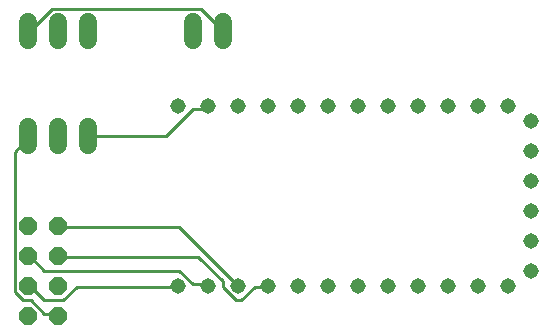
<source format=gbl>
G75*
%MOIN*%
%OFA0B0*%
%FSLAX24Y24*%
%IPPOS*%
%LPD*%
%AMOC8*
5,1,8,0,0,1.08239X$1,22.5*
%
%ADD10C,0.0600*%
%ADD11OC8,0.0600*%
%ADD12C,0.0515*%
%ADD13C,0.0100*%
D10*
X001517Y006800D02*
X001517Y007400D01*
X002517Y007400D02*
X002517Y006800D01*
X003517Y006800D02*
X003517Y007400D01*
X003517Y010300D02*
X003517Y010900D01*
X002517Y010900D02*
X002517Y010300D01*
X001517Y010300D02*
X001517Y010900D01*
X007017Y010900D02*
X007017Y010300D01*
X008017Y010300D02*
X008017Y010900D01*
D11*
X001517Y001100D03*
X002517Y001100D03*
X002517Y002100D03*
X001517Y002100D03*
X001517Y003100D03*
X002517Y003100D03*
X002517Y004100D03*
X001517Y004100D03*
D12*
X006517Y002100D03*
X007517Y002100D03*
X008517Y002100D03*
X009517Y002100D03*
X010517Y002100D03*
X011517Y002100D03*
X012517Y002100D03*
X013517Y002100D03*
X014517Y002100D03*
X015517Y002100D03*
X016517Y002100D03*
X017517Y002100D03*
X018267Y002600D03*
X018267Y003600D03*
X018267Y004600D03*
X018267Y005600D03*
X018267Y006600D03*
X018267Y007600D03*
X017517Y008100D03*
X016517Y008100D03*
X015517Y008100D03*
X014517Y008100D03*
X013517Y008100D03*
X012517Y008100D03*
X011517Y008100D03*
X010517Y008100D03*
X009517Y008100D03*
X008517Y008100D03*
X007517Y008100D03*
X006517Y008100D03*
D13*
X006997Y008020D02*
X006097Y007120D01*
X003577Y007120D01*
X003517Y007100D01*
X001517Y007100D02*
X001507Y007030D01*
X001057Y006580D01*
X001057Y001900D01*
X001327Y001630D01*
X001597Y001630D01*
X002047Y001180D01*
X002497Y001180D01*
X002517Y001100D01*
X002677Y001630D02*
X002047Y001630D01*
X001597Y002080D01*
X001517Y002100D01*
X002047Y002620D02*
X001597Y003070D01*
X001517Y003100D01*
X002047Y002620D02*
X006547Y002620D01*
X006997Y002170D01*
X007447Y002170D01*
X007517Y002100D01*
X007987Y002080D02*
X007987Y002260D01*
X007177Y003070D01*
X002587Y003070D01*
X002517Y003100D01*
X002587Y004060D02*
X002517Y004100D01*
X002587Y004060D02*
X006547Y004060D01*
X008437Y002170D01*
X008517Y002100D01*
X008437Y001630D02*
X007987Y002080D01*
X008437Y001630D02*
X008617Y001630D01*
X009067Y002080D01*
X009517Y002080D01*
X009517Y002100D01*
X006517Y002100D02*
X006457Y002080D01*
X003127Y002080D01*
X002677Y001630D01*
X006997Y008020D02*
X007447Y008020D01*
X007517Y008100D01*
X008017Y010600D02*
X007267Y011350D01*
X002317Y011350D01*
X001597Y010630D01*
X001517Y010600D01*
M02*

</source>
